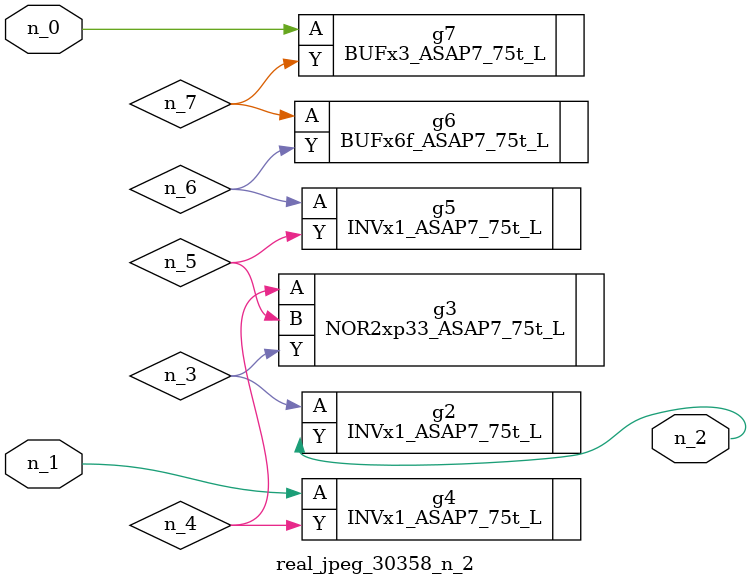
<source format=v>
module real_jpeg_30358_n_2 (n_1, n_0, n_2);

input n_1;
input n_0;

output n_2;

wire n_5;
wire n_4;
wire n_6;
wire n_7;
wire n_3;

BUFx3_ASAP7_75t_L g7 ( 
.A(n_0),
.Y(n_7)
);

INVx1_ASAP7_75t_L g4 ( 
.A(n_1),
.Y(n_4)
);

INVx1_ASAP7_75t_L g2 ( 
.A(n_3),
.Y(n_2)
);

NOR2xp33_ASAP7_75t_L g3 ( 
.A(n_4),
.B(n_5),
.Y(n_3)
);

INVx1_ASAP7_75t_L g5 ( 
.A(n_6),
.Y(n_5)
);

BUFx6f_ASAP7_75t_L g6 ( 
.A(n_7),
.Y(n_6)
);


endmodule
</source>
